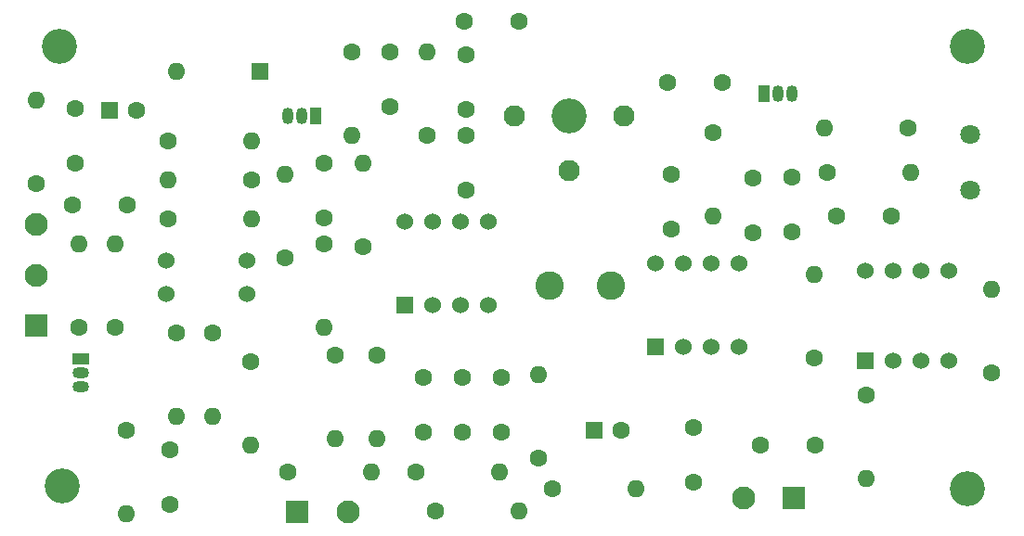
<source format=gbr>
%TF.GenerationSoftware,KiCad,Pcbnew,8.0.0*%
%TF.CreationDate,2024-03-10T20:00:21-04:00*%
%TF.ProjectId,if-and-log-amp,69662d61-6e64-42d6-9c6f-672d616d702e,1*%
%TF.SameCoordinates,Original*%
%TF.FileFunction,Soldermask,Bot*%
%TF.FilePolarity,Negative*%
%FSLAX46Y46*%
G04 Gerber Fmt 4.6, Leading zero omitted, Abs format (unit mm)*
G04 Created by KiCad (PCBNEW 8.0.0) date 2024-03-10 20:00:21*
%MOMM*%
%LPD*%
G01*
G04 APERTURE LIST*
G04 Aperture macros list*
%AMRoundRect*
0 Rectangle with rounded corners*
0 $1 Rounding radius*
0 $2 $3 $4 $5 $6 $7 $8 $9 X,Y pos of 4 corners*
0 Add a 4 corners polygon primitive as box body*
4,1,4,$2,$3,$4,$5,$6,$7,$8,$9,$2,$3,0*
0 Add four circle primitives for the rounded corners*
1,1,$1+$1,$2,$3*
1,1,$1+$1,$4,$5*
1,1,$1+$1,$6,$7*
1,1,$1+$1,$8,$9*
0 Add four rect primitives between the rounded corners*
20,1,$1+$1,$2,$3,$4,$5,0*
20,1,$1+$1,$4,$5,$6,$7,0*
20,1,$1+$1,$6,$7,$8,$9,0*
20,1,$1+$1,$8,$9,$2,$3,0*%
G04 Aperture macros list end*
%ADD10C,1.600000*%
%ADD11O,1.600000X1.600000*%
%ADD12R,1.524000X1.524000*%
%ADD13C,1.524000*%
%ADD14C,3.200000*%
%ADD15C,2.600000*%
%ADD16RoundRect,0.250001X0.799999X-0.799999X0.799999X0.799999X-0.799999X0.799999X-0.799999X-0.799999X0*%
%ADD17C,2.100000*%
%ADD18R,1.500000X1.050000*%
%ADD19O,1.500000X1.050000*%
%ADD20RoundRect,0.250001X-0.799999X-0.799999X0.799999X-0.799999X0.799999X0.799999X-0.799999X0.799999X0*%
%ADD21RoundRect,0.250001X0.799999X0.799999X-0.799999X0.799999X-0.799999X-0.799999X0.799999X-0.799999X0*%
%ADD22R,1.050000X1.500000*%
%ADD23O,1.050000X1.500000*%
%ADD24C,1.800000*%
%ADD25C,1.950000*%
%ADD26R,1.600000X1.600000*%
G04 APERTURE END LIST*
D10*
%TO.C,R328*%
X117195600Y-96926400D03*
D11*
X109575600Y-96926400D03*
%TD*%
D10*
%TO.C,R325*%
X173228000Y-116586000D03*
D11*
X173228000Y-124206000D03*
%TD*%
D10*
%TO.C,R320*%
X126339600Y-85242400D03*
D11*
X126339600Y-92862400D03*
%TD*%
D10*
%TO.C,C321*%
X170535600Y-100228400D03*
X175535600Y-100228400D03*
%TD*%
%TO.C,C309*%
X136753600Y-97902400D03*
X136753600Y-92902400D03*
%TD*%
%TO.C,C320*%
X163616000Y-121158000D03*
X168616000Y-121158000D03*
%TD*%
%TO.C,R310*%
X143357600Y-122326400D03*
D11*
X143357600Y-114706400D03*
%TD*%
D12*
%TO.C,U302*%
X154025600Y-112166400D03*
D13*
X156565600Y-112166400D03*
X159105600Y-112166400D03*
X161645600Y-112166400D03*
X161645600Y-104546400D03*
X159105600Y-104546400D03*
X156565600Y-104546400D03*
X154025600Y-104546400D03*
%TD*%
D10*
%TO.C,C304*%
X123799600Y-100402400D03*
X123799600Y-95402400D03*
%TD*%
%TO.C,C301*%
X105878000Y-99274000D03*
X100878000Y-99274000D03*
%TD*%
%TO.C,C314*%
X136579600Y-82448400D03*
X141579600Y-82448400D03*
%TD*%
D12*
%TO.C,U303*%
X173139100Y-113499900D03*
D13*
X175679100Y-113499900D03*
X178219100Y-113499900D03*
X180759100Y-113499900D03*
X180759100Y-105244900D03*
X178219100Y-105244900D03*
X175679100Y-105244900D03*
X173139100Y-105244900D03*
%TD*%
D10*
%TO.C,R304*%
X110337600Y-110896400D03*
D11*
X110337600Y-118516400D03*
%TD*%
D10*
%TO.C,R326*%
X168503600Y-113182400D03*
D11*
X168503600Y-105562400D03*
%TD*%
D14*
%TO.C,H301*%
X99669600Y-84734400D03*
%TD*%
%TO.C,H304*%
X182473600Y-125120400D03*
%TD*%
D10*
%TO.C,C303*%
X101092000Y-90424000D03*
X101092000Y-95424000D03*
%TD*%
%TO.C,C316*%
X157541600Y-124572400D03*
X157541600Y-119572400D03*
%TD*%
%TO.C,C306*%
X140015600Y-115000400D03*
X140015600Y-120000400D03*
%TD*%
D15*
%TO.C,L301*%
X144361600Y-106578400D03*
X149961600Y-106578400D03*
%TD*%
D10*
%TO.C,C312*%
X136753600Y-90536400D03*
X136753600Y-85536400D03*
%TD*%
%TO.C,R316*%
X128625600Y-112928400D03*
D11*
X128625600Y-120548400D03*
%TD*%
D10*
%TO.C,C322*%
X155509600Y-96458400D03*
X155509600Y-101458400D03*
%TD*%
D16*
%TO.C,J304*%
X97536000Y-110264000D03*
D17*
X97536000Y-105664000D03*
X97536000Y-101064000D03*
%TD*%
D14*
%TO.C,H303*%
X99923600Y-124866400D03*
%TD*%
D10*
%TO.C,R314*%
X123799600Y-102768400D03*
D11*
X123799600Y-110388400D03*
%TD*%
D10*
%TO.C,C318*%
X155121600Y-88036400D03*
X160121600Y-88036400D03*
%TD*%
D18*
%TO.C,Q301*%
X101595600Y-113330400D03*
D19*
X101595600Y-114600400D03*
X101595600Y-115870400D03*
%TD*%
D20*
%TO.C,J301*%
X121384000Y-127254000D03*
D17*
X125984000Y-127254000D03*
%TD*%
D10*
%TO.C,C317*%
X162915600Y-101752400D03*
X162915600Y-96752400D03*
%TD*%
%TO.C,R323*%
X177038000Y-92202000D03*
D11*
X169418000Y-92202000D03*
%TD*%
D21*
%TO.C,J302*%
X166638000Y-125970000D03*
D17*
X162038000Y-125970000D03*
%TD*%
D10*
%TO.C,R309*%
X144627600Y-125120400D03*
D11*
X152247600Y-125120400D03*
%TD*%
D10*
%TO.C,C307*%
X132903600Y-115000400D03*
X132903600Y-120000400D03*
%TD*%
%TO.C,R301*%
X101447600Y-110388400D03*
D11*
X101447600Y-102768400D03*
%TD*%
D14*
%TO.C,H302*%
X182473600Y-84734400D03*
%TD*%
D10*
%TO.C,R319*%
X109575600Y-93370400D03*
D11*
X117195600Y-93370400D03*
%TD*%
D10*
%TO.C,C302*%
X109789600Y-121604400D03*
X109789600Y-126604400D03*
%TD*%
%TO.C,R306*%
X113639600Y-110896400D03*
D11*
X113639600Y-118516400D03*
%TD*%
D13*
%TO.C,T301*%
X109448600Y-107340400D03*
X116814600Y-107340400D03*
X109448600Y-104292400D03*
X116814600Y-104292400D03*
%TD*%
D22*
%TO.C,U305*%
X163931600Y-89052400D03*
D23*
X165201600Y-89052400D03*
X166471600Y-89052400D03*
%TD*%
D22*
%TO.C,U304*%
X123037600Y-91126400D03*
D23*
X121767600Y-91126400D03*
X120497600Y-91126400D03*
%TD*%
D24*
%TO.C,J303*%
X182780000Y-97850000D03*
X182780000Y-92850000D03*
%TD*%
D14*
%TO.C,C313*%
X146151600Y-91084400D03*
D25*
X141151600Y-91084400D03*
X146151600Y-96084400D03*
X151151600Y-91084400D03*
%TD*%
D10*
%TO.C,C310*%
X129855600Y-85282400D03*
X129855600Y-90282400D03*
%TD*%
%TO.C,R311*%
X117094000Y-113538000D03*
D11*
X117094000Y-121158000D03*
%TD*%
D10*
%TO.C,R324*%
X169672000Y-96266000D03*
D11*
X177292000Y-96266000D03*
%TD*%
D10*
%TO.C,R305*%
X97536000Y-97282000D03*
D11*
X97536000Y-89662000D03*
%TD*%
D10*
%TO.C,R302*%
X104749600Y-110388400D03*
D11*
X104749600Y-102768400D03*
%TD*%
D10*
%TO.C,R315*%
X124815600Y-112928400D03*
D11*
X124815600Y-120548400D03*
%TD*%
D12*
%TO.C,U301*%
X131165600Y-108356400D03*
D13*
X133705600Y-108356400D03*
X136245600Y-108356400D03*
X138785600Y-108356400D03*
X138785600Y-100736400D03*
X136245600Y-100736400D03*
X133705600Y-100736400D03*
X131165600Y-100736400D03*
%TD*%
D10*
%TO.C,R327*%
X184658000Y-114554000D03*
D11*
X184658000Y-106934000D03*
%TD*%
D10*
%TO.C,R317*%
X133197600Y-92862400D03*
D11*
X133197600Y-85242400D03*
%TD*%
D10*
%TO.C,C308*%
X136459600Y-115000400D03*
X136459600Y-120000400D03*
%TD*%
D26*
%TO.C,C311*%
X104241600Y-90576400D03*
D10*
X106741600Y-90576400D03*
%TD*%
%TO.C,R303*%
X105765600Y-119786400D03*
D11*
X105765600Y-127406400D03*
%TD*%
D26*
%TO.C,C305*%
X148437600Y-119786400D03*
D10*
X150937600Y-119786400D03*
%TD*%
%TO.C,R312*%
X120497600Y-123596400D03*
D11*
X128117600Y-123596400D03*
%TD*%
D10*
%TO.C,R307*%
X120243600Y-104038400D03*
D11*
X120243600Y-96418400D03*
%TD*%
D26*
%TO.C,D301*%
X117957600Y-87020400D03*
D11*
X110337600Y-87020400D03*
%TD*%
D10*
%TO.C,R313*%
X133959600Y-127152400D03*
D11*
X141579600Y-127152400D03*
%TD*%
D10*
%TO.C,R308*%
X132181600Y-123596400D03*
D11*
X139801600Y-123596400D03*
%TD*%
D10*
%TO.C,R318*%
X127355600Y-103022400D03*
D11*
X127355600Y-95402400D03*
%TD*%
D10*
%TO.C,R322*%
X159319600Y-92648400D03*
D11*
X159319600Y-100268400D03*
%TD*%
D10*
%TO.C,C319*%
X166471600Y-96712400D03*
X166471600Y-101712400D03*
%TD*%
%TO.C,R321*%
X109575600Y-100482400D03*
D11*
X117195600Y-100482400D03*
%TD*%
M02*

</source>
